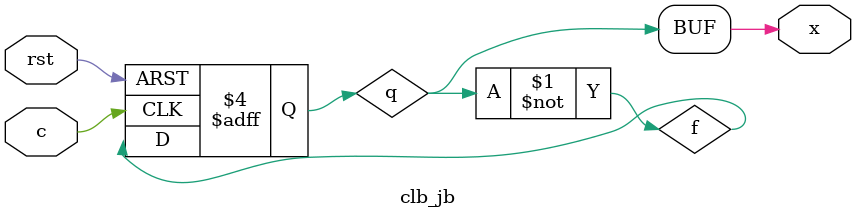
<source format=v>
module clb_jb(
	input c,
	input rst,
	output x
);

	wire f;
	reg q;
	
	assign f = ~q;
	
	always @(posedge c, negedge rst) begin
		if (rst == 1'b0) begin
			q <= 1'b0;
		end else begin
			q <= f;
		end
	end
	
	assign x = q;
	
endmodule

</source>
